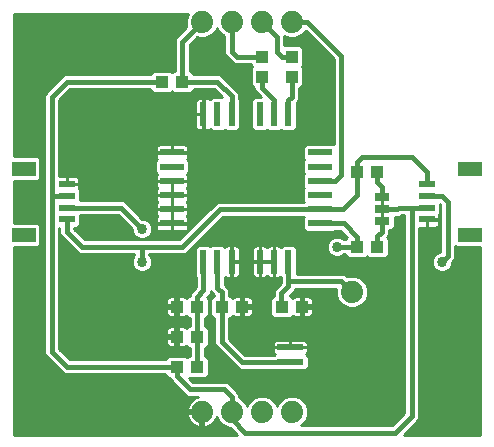
<source format=gtl>
G75*
%MOIN*%
%OFA0B0*%
%FSLAX25Y25*%
%IPPOS*%
%LPD*%
%AMOC8*
5,1,8,0,0,1.08239X$1,22.5*
%
%ADD10C,0.07400*%
%ADD11R,0.04331X0.03937*%
%ADD12R,0.05000X0.02500*%
%ADD13C,0.01000*%
%ADD14R,0.07874X0.04724*%
%ADD15R,0.05315X0.02362*%
%ADD16R,0.07874X0.02362*%
%ADD17R,0.02362X0.07874*%
%ADD18R,0.03937X0.04331*%
%ADD19R,0.08858X0.01969*%
%ADD20C,0.03400*%
%ADD21C,0.01600*%
D10*
X0203333Y0100000D03*
X0213333Y0100000D03*
X0223333Y0100000D03*
X0233333Y0100000D03*
X0253333Y0140000D03*
X0233333Y0230000D03*
X0223333Y0230000D03*
X0213333Y0230000D03*
X0203333Y0230000D03*
D11*
X0196680Y0210000D03*
X0189987Y0210000D03*
X0254987Y0180000D03*
X0261680Y0180000D03*
X0261680Y0155000D03*
X0254987Y0155000D03*
X0236680Y0135000D03*
X0229987Y0135000D03*
X0216680Y0135000D03*
X0209987Y0135000D03*
X0201680Y0135000D03*
X0194987Y0135000D03*
X0194987Y0125000D03*
X0201680Y0125000D03*
X0201680Y0115000D03*
X0194987Y0115000D03*
D12*
X0263333Y0163500D03*
X0263333Y0167500D03*
X0263333Y0171500D03*
D13*
X0140633Y0154914D02*
X0140633Y0092300D01*
X0214998Y0092300D01*
X0212698Y0094600D01*
X0212259Y0094600D01*
X0210274Y0095422D01*
X0208755Y0096941D01*
X0208224Y0098224D01*
X0208152Y0098004D01*
X0207781Y0097275D01*
X0207300Y0096612D01*
X0206721Y0096034D01*
X0206059Y0095553D01*
X0205329Y0095181D01*
X0204551Y0094928D01*
X0203833Y0094814D01*
X0203833Y0099500D01*
X0202833Y0099500D01*
X0198148Y0099500D01*
X0198261Y0098782D01*
X0198514Y0098004D01*
X0198886Y0097275D01*
X0199367Y0096612D01*
X0199946Y0096034D01*
X0200608Y0095553D01*
X0201337Y0095181D01*
X0202116Y0094928D01*
X0202833Y0094814D01*
X0202833Y0099500D01*
X0202833Y0100500D01*
X0198148Y0100500D01*
X0198261Y0101218D01*
X0198514Y0101996D01*
X0198886Y0102725D01*
X0199367Y0103388D01*
X0199946Y0103966D01*
X0200608Y0104447D01*
X0201337Y0104819D01*
X0201894Y0105000D01*
X0198836Y0105000D01*
X0197917Y0105381D01*
X0192867Y0110430D01*
X0192494Y0111331D01*
X0192117Y0111331D01*
X0191122Y0112327D01*
X0191122Y0112500D01*
X0157836Y0112500D01*
X0156917Y0112881D01*
X0151917Y0117881D01*
X0151917Y0117881D01*
X0151214Y0118584D01*
X0150833Y0119503D01*
X0150833Y0205497D01*
X0151214Y0206416D01*
X0151917Y0207119D01*
X0156917Y0212119D01*
X0157836Y0212500D01*
X0186122Y0212500D01*
X0186122Y0212673D01*
X0187117Y0213668D01*
X0192856Y0213668D01*
X0193333Y0213192D01*
X0193810Y0213668D01*
X0194180Y0213668D01*
X0194180Y0223844D01*
X0194560Y0224763D01*
X0195264Y0225466D01*
X0198165Y0228367D01*
X0197933Y0228926D01*
X0197933Y0231074D01*
X0198607Y0232700D01*
X0140633Y0232700D01*
X0140633Y0185086D01*
X0148506Y0185086D01*
X0149502Y0184090D01*
X0149502Y0177957D01*
X0148506Y0176961D01*
X0140633Y0176961D01*
X0140633Y0163039D01*
X0148506Y0163039D01*
X0149502Y0162043D01*
X0149502Y0155910D01*
X0148506Y0154914D01*
X0140633Y0154914D01*
X0140633Y0154903D02*
X0150833Y0154903D01*
X0150833Y0153905D02*
X0140633Y0153905D01*
X0140633Y0152906D02*
X0150833Y0152906D01*
X0150833Y0151908D02*
X0140633Y0151908D01*
X0140633Y0150909D02*
X0150833Y0150909D01*
X0150833Y0149911D02*
X0140633Y0149911D01*
X0140633Y0148912D02*
X0150833Y0148912D01*
X0150833Y0147914D02*
X0140633Y0147914D01*
X0140633Y0146915D02*
X0150833Y0146915D01*
X0150833Y0145917D02*
X0140633Y0145917D01*
X0140633Y0144918D02*
X0150833Y0144918D01*
X0150833Y0143920D02*
X0140633Y0143920D01*
X0140633Y0142921D02*
X0150833Y0142921D01*
X0150833Y0141923D02*
X0140633Y0141923D01*
X0140633Y0140924D02*
X0150833Y0140924D01*
X0150833Y0139926D02*
X0140633Y0139926D01*
X0140633Y0138927D02*
X0150833Y0138927D01*
X0150833Y0137929D02*
X0140633Y0137929D01*
X0140633Y0136930D02*
X0150833Y0136930D01*
X0150833Y0135932D02*
X0140633Y0135932D01*
X0140633Y0134933D02*
X0150833Y0134933D01*
X0150833Y0133934D02*
X0140633Y0133934D01*
X0140633Y0132936D02*
X0150833Y0132936D01*
X0150833Y0131937D02*
X0140633Y0131937D01*
X0140633Y0130939D02*
X0150833Y0130939D01*
X0150833Y0129940D02*
X0140633Y0129940D01*
X0140633Y0128942D02*
X0150833Y0128942D01*
X0150833Y0127943D02*
X0140633Y0127943D01*
X0140633Y0126945D02*
X0150833Y0126945D01*
X0150833Y0125946D02*
X0140633Y0125946D01*
X0140633Y0124948D02*
X0150833Y0124948D01*
X0150833Y0123949D02*
X0140633Y0123949D01*
X0140633Y0122951D02*
X0150833Y0122951D01*
X0150833Y0121952D02*
X0140633Y0121952D01*
X0140633Y0120954D02*
X0150833Y0120954D01*
X0150833Y0119955D02*
X0140633Y0119955D01*
X0140633Y0118957D02*
X0151059Y0118957D01*
X0151839Y0117958D02*
X0140633Y0117958D01*
X0140633Y0116960D02*
X0152838Y0116960D01*
X0153836Y0115961D02*
X0140633Y0115961D01*
X0140633Y0114963D02*
X0154835Y0114963D01*
X0155834Y0113964D02*
X0140633Y0113964D01*
X0140633Y0112966D02*
X0156832Y0112966D01*
X0159369Y0117500D02*
X0155833Y0121036D01*
X0155833Y0161213D01*
X0155833Y0161213D01*
X0155833Y0159503D01*
X0156214Y0158584D01*
X0161214Y0153584D01*
X0161917Y0152881D01*
X0162836Y0152500D01*
X0180833Y0152500D01*
X0180833Y0152308D01*
X0180451Y0151926D01*
X0179933Y0150676D01*
X0179933Y0149324D01*
X0180451Y0148074D01*
X0181407Y0147118D01*
X0182657Y0146600D01*
X0184010Y0146600D01*
X0185259Y0147118D01*
X0186216Y0148074D01*
X0186733Y0149324D01*
X0186733Y0150676D01*
X0186216Y0151926D01*
X0185833Y0152308D01*
X0185833Y0152500D01*
X0197331Y0152500D01*
X0198249Y0152881D01*
X0210389Y0165020D01*
X0237248Y0165020D01*
X0236909Y0164681D01*
X0236909Y0160910D01*
X0237905Y0159914D01*
X0247187Y0159914D01*
X0247568Y0160295D01*
X0249503Y0160295D01*
X0251623Y0158174D01*
X0251122Y0157673D01*
X0251122Y0157500D01*
X0250642Y0157500D01*
X0250259Y0157882D01*
X0249010Y0158400D01*
X0247657Y0158400D01*
X0246407Y0157882D01*
X0245451Y0156926D01*
X0244933Y0155676D01*
X0244933Y0154324D01*
X0245451Y0153074D01*
X0246407Y0152118D01*
X0247657Y0151600D01*
X0249010Y0151600D01*
X0250259Y0152118D01*
X0250642Y0152500D01*
X0251122Y0152500D01*
X0251122Y0152327D01*
X0252117Y0151331D01*
X0257856Y0151331D01*
X0258333Y0151808D01*
X0258810Y0151331D01*
X0264549Y0151331D01*
X0265545Y0152327D01*
X0265545Y0157673D01*
X0265043Y0158174D01*
X0265453Y0158584D01*
X0265833Y0159503D01*
X0265833Y0160550D01*
X0266537Y0160550D01*
X0267533Y0161546D01*
X0267533Y0165000D01*
X0268831Y0165000D01*
X0269749Y0165381D01*
X0269900Y0165531D01*
X0270833Y0165531D01*
X0270833Y0099536D01*
X0266798Y0095500D01*
X0236470Y0095500D01*
X0237911Y0096941D01*
X0238733Y0098926D01*
X0238733Y0101074D01*
X0237911Y0103059D01*
X0236392Y0104578D01*
X0234407Y0105400D01*
X0232259Y0105400D01*
X0230274Y0104578D01*
X0228755Y0103059D01*
X0228333Y0102040D01*
X0227911Y0103059D01*
X0226392Y0104578D01*
X0224407Y0105400D01*
X0222259Y0105400D01*
X0220274Y0104578D01*
X0218755Y0103059D01*
X0218333Y0102040D01*
X0217911Y0103059D01*
X0216392Y0104578D01*
X0215833Y0104809D01*
X0215833Y0105497D01*
X0215453Y0106416D01*
X0212953Y0108916D01*
X0212249Y0109619D01*
X0211331Y0110000D01*
X0200369Y0110000D01*
X0199037Y0111331D01*
X0204549Y0111331D01*
X0205545Y0112327D01*
X0205545Y0117673D01*
X0204549Y0118668D01*
X0204180Y0118668D01*
X0204180Y0121331D01*
X0204549Y0121331D01*
X0205545Y0122327D01*
X0205545Y0127673D01*
X0204549Y0128668D01*
X0204180Y0128668D01*
X0204180Y0131331D01*
X0204549Y0131331D01*
X0205545Y0132327D01*
X0205545Y0137673D01*
X0205043Y0138174D01*
X0205886Y0139017D01*
X0206266Y0139936D01*
X0206266Y0140180D01*
X0206371Y0139926D01*
X0207487Y0138811D01*
X0207487Y0138668D01*
X0207117Y0138668D01*
X0206122Y0137673D01*
X0206122Y0132327D01*
X0207117Y0131331D01*
X0207487Y0131331D01*
X0207487Y0122849D01*
X0207867Y0121930D01*
X0215342Y0114455D01*
X0216261Y0114075D01*
X0227465Y0114075D01*
X0227649Y0113891D01*
X0237915Y0113891D01*
X0238911Y0114886D01*
X0238911Y0118263D01*
X0238011Y0119163D01*
X0238132Y0119233D01*
X0238412Y0119512D01*
X0238609Y0119854D01*
X0238711Y0120236D01*
X0238711Y0121417D01*
X0232782Y0121417D01*
X0226853Y0121417D01*
X0226853Y0120236D01*
X0226955Y0119854D01*
X0227153Y0119512D01*
X0227432Y0119233D01*
X0227553Y0119163D01*
X0227465Y0119075D01*
X0217794Y0119075D01*
X0212487Y0124382D01*
X0212487Y0131331D01*
X0212856Y0131331D01*
X0213475Y0131950D01*
X0213593Y0131831D01*
X0213935Y0131634D01*
X0214317Y0131531D01*
X0216196Y0131531D01*
X0216196Y0134516D01*
X0217164Y0134516D01*
X0217164Y0135484D01*
X0220345Y0135484D01*
X0220345Y0137166D01*
X0220243Y0137547D01*
X0220045Y0137890D01*
X0219766Y0138169D01*
X0219424Y0138366D01*
X0219043Y0138468D01*
X0217164Y0138468D01*
X0217164Y0135484D01*
X0216196Y0135484D01*
X0216196Y0138468D01*
X0214317Y0138468D01*
X0213935Y0138366D01*
X0213593Y0138169D01*
X0213475Y0138050D01*
X0212856Y0138668D01*
X0212487Y0138668D01*
X0212487Y0140344D01*
X0212106Y0141263D01*
X0211403Y0141966D01*
X0210991Y0142378D01*
X0210991Y0144978D01*
X0210994Y0144981D01*
X0211113Y0144863D01*
X0211455Y0144665D01*
X0211837Y0144563D01*
X0213125Y0144563D01*
X0213125Y0149909D01*
X0213306Y0149909D01*
X0213306Y0144563D01*
X0214594Y0144563D01*
X0214975Y0144665D01*
X0215317Y0144863D01*
X0215597Y0145142D01*
X0215794Y0145484D01*
X0215896Y0145866D01*
X0215896Y0149909D01*
X0213306Y0149909D01*
X0213306Y0150091D01*
X0213125Y0150091D01*
X0213125Y0155437D01*
X0211837Y0155437D01*
X0211455Y0155335D01*
X0211113Y0155137D01*
X0210994Y0155019D01*
X0210376Y0155637D01*
X0206606Y0155637D01*
X0206129Y0155160D01*
X0205652Y0155637D01*
X0201881Y0155637D01*
X0200885Y0154641D01*
X0200885Y0145359D01*
X0201266Y0144978D01*
X0201266Y0141469D01*
X0200264Y0140466D01*
X0199560Y0139763D01*
X0199180Y0138844D01*
X0199180Y0138668D01*
X0198810Y0138668D01*
X0198192Y0138050D01*
X0198073Y0138169D01*
X0197731Y0138366D01*
X0197350Y0138468D01*
X0195471Y0138468D01*
X0195471Y0135484D01*
X0194503Y0135484D01*
X0194503Y0134516D01*
X0195471Y0134516D01*
X0195471Y0131531D01*
X0197350Y0131531D01*
X0197731Y0131634D01*
X0198073Y0131831D01*
X0198192Y0131950D01*
X0198810Y0131331D01*
X0199180Y0131331D01*
X0199180Y0128668D01*
X0198810Y0128668D01*
X0198192Y0128050D01*
X0198073Y0128169D01*
X0197731Y0128366D01*
X0197350Y0128468D01*
X0195471Y0128468D01*
X0195471Y0125484D01*
X0194503Y0125484D01*
X0194503Y0124516D01*
X0195471Y0124516D01*
X0195471Y0121531D01*
X0197350Y0121531D01*
X0197731Y0121634D01*
X0198073Y0121831D01*
X0198192Y0121950D01*
X0198810Y0121331D01*
X0199180Y0121331D01*
X0199180Y0118668D01*
X0198810Y0118668D01*
X0198333Y0118192D01*
X0197856Y0118668D01*
X0192117Y0118668D01*
X0191122Y0117673D01*
X0191122Y0117500D01*
X0159369Y0117500D01*
X0158911Y0117958D02*
X0191407Y0117958D01*
X0192243Y0121634D02*
X0192624Y0121531D01*
X0194503Y0121531D01*
X0194503Y0124516D01*
X0191322Y0124516D01*
X0191322Y0122834D01*
X0191424Y0122453D01*
X0191621Y0122110D01*
X0191900Y0121831D01*
X0192243Y0121634D01*
X0191779Y0121952D02*
X0155833Y0121952D01*
X0155833Y0122951D02*
X0191322Y0122951D01*
X0191322Y0123949D02*
X0155833Y0123949D01*
X0155833Y0124948D02*
X0194503Y0124948D01*
X0194503Y0125484D02*
X0191322Y0125484D01*
X0191322Y0127166D01*
X0191424Y0127547D01*
X0191621Y0127890D01*
X0191900Y0128169D01*
X0192243Y0128366D01*
X0192624Y0128468D01*
X0194503Y0128468D01*
X0194503Y0125484D01*
X0194503Y0125946D02*
X0195471Y0125946D01*
X0195471Y0126945D02*
X0194503Y0126945D01*
X0194503Y0127943D02*
X0195471Y0127943D01*
X0191675Y0127943D02*
X0155833Y0127943D01*
X0155833Y0126945D02*
X0191322Y0126945D01*
X0191322Y0125946D02*
X0155833Y0125946D01*
X0155915Y0120954D02*
X0199180Y0120954D01*
X0199180Y0119955D02*
X0156914Y0119955D01*
X0157912Y0118957D02*
X0199180Y0118957D01*
X0195471Y0121952D02*
X0194503Y0121952D01*
X0194503Y0122951D02*
X0195471Y0122951D01*
X0195471Y0123949D02*
X0194503Y0123949D01*
X0199180Y0128942D02*
X0155833Y0128942D01*
X0155833Y0129940D02*
X0199180Y0129940D01*
X0199180Y0130939D02*
X0155833Y0130939D01*
X0155833Y0131937D02*
X0191794Y0131937D01*
X0191900Y0131831D02*
X0192243Y0131634D01*
X0192624Y0131531D01*
X0194503Y0131531D01*
X0194503Y0134516D01*
X0191322Y0134516D01*
X0191322Y0132834D01*
X0191424Y0132453D01*
X0191621Y0132110D01*
X0191900Y0131831D01*
X0191322Y0132936D02*
X0155833Y0132936D01*
X0155833Y0133934D02*
X0191322Y0133934D01*
X0191322Y0135484D02*
X0194503Y0135484D01*
X0194503Y0138468D01*
X0192624Y0138468D01*
X0192243Y0138366D01*
X0191900Y0138169D01*
X0191621Y0137890D01*
X0191424Y0137547D01*
X0191322Y0137166D01*
X0191322Y0135484D01*
X0191322Y0135932D02*
X0155833Y0135932D01*
X0155833Y0136930D02*
X0191322Y0136930D01*
X0191660Y0137929D02*
X0155833Y0137929D01*
X0155833Y0138927D02*
X0199214Y0138927D01*
X0199723Y0139926D02*
X0155833Y0139926D01*
X0155833Y0140924D02*
X0200722Y0140924D01*
X0201266Y0141923D02*
X0155833Y0141923D01*
X0155833Y0142921D02*
X0201266Y0142921D01*
X0201266Y0143920D02*
X0155833Y0143920D01*
X0155833Y0144918D02*
X0201266Y0144918D01*
X0200885Y0145917D02*
X0155833Y0145917D01*
X0155833Y0146915D02*
X0181896Y0146915D01*
X0180611Y0147914D02*
X0155833Y0147914D01*
X0155833Y0148912D02*
X0180104Y0148912D01*
X0179933Y0149911D02*
X0155833Y0149911D01*
X0155833Y0150909D02*
X0180030Y0150909D01*
X0180443Y0151908D02*
X0155833Y0151908D01*
X0155833Y0152906D02*
X0161892Y0152906D01*
X0160893Y0153905D02*
X0155833Y0153905D01*
X0155833Y0154903D02*
X0159895Y0154903D01*
X0158896Y0155902D02*
X0155833Y0155902D01*
X0155833Y0156900D02*
X0157898Y0156900D01*
X0156899Y0157899D02*
X0155833Y0157899D01*
X0155833Y0158897D02*
X0156084Y0158897D01*
X0155833Y0159896D02*
X0155833Y0159896D01*
X0155833Y0160894D02*
X0155833Y0160894D01*
X0150833Y0160894D02*
X0149502Y0160894D01*
X0149502Y0159896D02*
X0150833Y0159896D01*
X0150833Y0158897D02*
X0149502Y0158897D01*
X0149502Y0157899D02*
X0150833Y0157899D01*
X0150833Y0156900D02*
X0149502Y0156900D01*
X0149494Y0155902D02*
X0150833Y0155902D01*
X0150833Y0161893D02*
X0149502Y0161893D01*
X0148653Y0162891D02*
X0150833Y0162891D01*
X0150833Y0163890D02*
X0140633Y0163890D01*
X0140633Y0164888D02*
X0150833Y0164888D01*
X0150833Y0165887D02*
X0140633Y0165887D01*
X0140633Y0166885D02*
X0150833Y0166885D01*
X0150833Y0167884D02*
X0140633Y0167884D01*
X0140633Y0168882D02*
X0150833Y0168882D01*
X0150833Y0169881D02*
X0140633Y0169881D01*
X0140633Y0170879D02*
X0150833Y0170879D01*
X0150833Y0171878D02*
X0140633Y0171878D01*
X0140633Y0172876D02*
X0150833Y0172876D01*
X0150833Y0173875D02*
X0140633Y0173875D01*
X0140633Y0174873D02*
X0150833Y0174873D01*
X0150833Y0175872D02*
X0140633Y0175872D01*
X0140633Y0176870D02*
X0150833Y0176870D01*
X0150833Y0177869D02*
X0149414Y0177869D01*
X0149502Y0178868D02*
X0150833Y0178868D01*
X0150833Y0179866D02*
X0149502Y0179866D01*
X0149502Y0180865D02*
X0150833Y0180865D01*
X0150833Y0181863D02*
X0149502Y0181863D01*
X0149502Y0182862D02*
X0150833Y0182862D01*
X0150833Y0183860D02*
X0149502Y0183860D01*
X0148733Y0184859D02*
X0150833Y0184859D01*
X0150833Y0185857D02*
X0140633Y0185857D01*
X0140633Y0186856D02*
X0150833Y0186856D01*
X0150833Y0187854D02*
X0140633Y0187854D01*
X0140633Y0188853D02*
X0150833Y0188853D01*
X0150833Y0189851D02*
X0140633Y0189851D01*
X0140633Y0190850D02*
X0150833Y0190850D01*
X0150833Y0191848D02*
X0140633Y0191848D01*
X0140633Y0192847D02*
X0150833Y0192847D01*
X0150833Y0193845D02*
X0140633Y0193845D01*
X0140633Y0194844D02*
X0150833Y0194844D01*
X0150833Y0195842D02*
X0140633Y0195842D01*
X0140633Y0196841D02*
X0150833Y0196841D01*
X0150833Y0197839D02*
X0140633Y0197839D01*
X0140633Y0198838D02*
X0150833Y0198838D01*
X0150833Y0199836D02*
X0140633Y0199836D01*
X0140633Y0200835D02*
X0150833Y0200835D01*
X0150833Y0201833D02*
X0140633Y0201833D01*
X0140633Y0202832D02*
X0150833Y0202832D01*
X0150833Y0203830D02*
X0140633Y0203830D01*
X0140633Y0204829D02*
X0150833Y0204829D01*
X0150970Y0205827D02*
X0140633Y0205827D01*
X0140633Y0206826D02*
X0151624Y0206826D01*
X0152622Y0207824D02*
X0140633Y0207824D01*
X0140633Y0208823D02*
X0153621Y0208823D01*
X0154619Y0209821D02*
X0140633Y0209821D01*
X0140633Y0210820D02*
X0155618Y0210820D01*
X0156616Y0211818D02*
X0140633Y0211818D01*
X0140633Y0212817D02*
X0186266Y0212817D01*
X0186122Y0207500D02*
X0186122Y0207327D01*
X0187117Y0206331D01*
X0192856Y0206331D01*
X0193333Y0206808D01*
X0193810Y0206331D01*
X0199549Y0206331D01*
X0200545Y0207327D01*
X0200545Y0207500D01*
X0207298Y0207500D01*
X0209948Y0204850D01*
X0206606Y0204850D01*
X0205987Y0204231D01*
X0205869Y0204350D01*
X0205526Y0204547D01*
X0205145Y0204650D01*
X0203857Y0204650D01*
X0203857Y0199303D01*
X0203676Y0199303D01*
X0203676Y0199122D01*
X0203857Y0199122D01*
X0203857Y0193776D01*
X0205145Y0193776D01*
X0205526Y0193878D01*
X0205869Y0194075D01*
X0205987Y0194194D01*
X0206606Y0193576D01*
X0210376Y0193576D01*
X0210853Y0194053D01*
X0211330Y0193576D01*
X0215100Y0193576D01*
X0216096Y0194571D01*
X0216096Y0203854D01*
X0215715Y0204235D01*
X0215715Y0205615D01*
X0215335Y0206534D01*
X0214631Y0207237D01*
X0209749Y0212119D01*
X0208831Y0212500D01*
X0200545Y0212500D01*
X0200545Y0212673D01*
X0199549Y0213668D01*
X0199180Y0213668D01*
X0199180Y0222311D01*
X0201700Y0224831D01*
X0202259Y0224600D01*
X0204407Y0224600D01*
X0206392Y0225422D01*
X0207911Y0226941D01*
X0208333Y0227960D01*
X0208755Y0226941D01*
X0210274Y0225422D01*
X0210833Y0225191D01*
X0210833Y0219503D01*
X0211214Y0218584D01*
X0212867Y0216930D01*
X0213571Y0216227D01*
X0214490Y0215846D01*
X0219665Y0215846D01*
X0219665Y0215477D01*
X0220142Y0215000D01*
X0219665Y0214523D01*
X0219665Y0208784D01*
X0220661Y0207788D01*
X0220833Y0207788D01*
X0220833Y0207503D01*
X0221214Y0206584D01*
X0221917Y0205881D01*
X0222948Y0204850D01*
X0220779Y0204850D01*
X0219783Y0203854D01*
X0219783Y0194571D01*
X0220779Y0193576D01*
X0224549Y0193576D01*
X0225026Y0194053D01*
X0225503Y0193576D01*
X0229274Y0193576D01*
X0229751Y0194053D01*
X0230228Y0193576D01*
X0233998Y0193576D01*
X0234994Y0194571D01*
X0234994Y0203125D01*
X0235453Y0203584D01*
X0235833Y0204503D01*
X0235833Y0207788D01*
X0236006Y0207788D01*
X0237002Y0208784D01*
X0237002Y0214523D01*
X0236525Y0215000D01*
X0237002Y0215477D01*
X0237002Y0221216D01*
X0236006Y0222212D01*
X0230833Y0222212D01*
X0230833Y0225191D01*
X0232259Y0224600D01*
X0234407Y0224600D01*
X0236392Y0225422D01*
X0237884Y0226914D01*
X0247333Y0217464D01*
X0247333Y0189152D01*
X0247187Y0189298D01*
X0237905Y0189298D01*
X0236909Y0188303D01*
X0236909Y0184532D01*
X0237386Y0184055D01*
X0236909Y0183578D01*
X0236909Y0179808D01*
X0237386Y0179331D01*
X0236909Y0178854D01*
X0236909Y0175083D01*
X0237386Y0174606D01*
X0236909Y0174129D01*
X0236909Y0170359D01*
X0237248Y0170020D01*
X0208856Y0170020D01*
X0207937Y0169639D01*
X0207234Y0168936D01*
X0195798Y0157500D01*
X0164369Y0157500D01*
X0160833Y0161036D01*
X0160833Y0161213D01*
X0161695Y0161213D01*
X0162691Y0162209D01*
X0162691Y0165500D01*
X0175298Y0165500D01*
X0179933Y0160864D01*
X0179933Y0160324D01*
X0180451Y0159074D01*
X0181407Y0158118D01*
X0182657Y0157600D01*
X0184010Y0157600D01*
X0185259Y0158118D01*
X0186216Y0159074D01*
X0186733Y0160324D01*
X0186733Y0161676D01*
X0186216Y0162926D01*
X0185259Y0163882D01*
X0184010Y0164400D01*
X0183469Y0164400D01*
X0177749Y0170119D01*
X0176831Y0170500D01*
X0162691Y0170500D01*
X0162691Y0173854D01*
X0162391Y0174154D01*
X0162491Y0174527D01*
X0162491Y0175815D01*
X0158424Y0175815D01*
X0158424Y0175996D01*
X0162491Y0175996D01*
X0162491Y0177284D01*
X0162389Y0177666D01*
X0162191Y0178008D01*
X0161912Y0178287D01*
X0161570Y0178484D01*
X0161188Y0178587D01*
X0158424Y0178587D01*
X0158424Y0175996D01*
X0158243Y0175996D01*
X0158243Y0178587D01*
X0155833Y0178587D01*
X0155833Y0203964D01*
X0159369Y0207500D01*
X0186122Y0207500D01*
X0186623Y0206826D02*
X0158695Y0206826D01*
X0157696Y0205827D02*
X0208970Y0205827D01*
X0207972Y0206826D02*
X0200044Y0206826D01*
X0201664Y0204350D02*
X0201385Y0204071D01*
X0201188Y0203729D01*
X0201085Y0203347D01*
X0201085Y0199303D01*
X0203676Y0199303D01*
X0203676Y0204650D01*
X0202388Y0204650D01*
X0202006Y0204547D01*
X0201664Y0204350D01*
X0201246Y0203830D02*
X0155833Y0203830D01*
X0155833Y0202832D02*
X0201085Y0202832D01*
X0201085Y0201833D02*
X0155833Y0201833D01*
X0155833Y0200835D02*
X0201085Y0200835D01*
X0201085Y0199836D02*
X0155833Y0199836D01*
X0155833Y0198838D02*
X0201085Y0198838D01*
X0201085Y0199122D02*
X0201085Y0195078D01*
X0201188Y0194697D01*
X0201385Y0194355D01*
X0201664Y0194075D01*
X0202006Y0193878D01*
X0202388Y0193776D01*
X0203676Y0193776D01*
X0203676Y0199122D01*
X0201085Y0199122D01*
X0201085Y0197839D02*
X0155833Y0197839D01*
X0155833Y0196841D02*
X0201085Y0196841D01*
X0201085Y0195842D02*
X0155833Y0195842D01*
X0155833Y0194844D02*
X0201148Y0194844D01*
X0202128Y0193845D02*
X0155833Y0193845D01*
X0155833Y0192847D02*
X0247333Y0192847D01*
X0247333Y0193845D02*
X0234268Y0193845D01*
X0234994Y0194844D02*
X0247333Y0194844D01*
X0247333Y0195842D02*
X0234994Y0195842D01*
X0234994Y0196841D02*
X0247333Y0196841D01*
X0247333Y0197839D02*
X0234994Y0197839D01*
X0234994Y0198838D02*
X0247333Y0198838D01*
X0247333Y0199836D02*
X0234994Y0199836D01*
X0234994Y0200835D02*
X0247333Y0200835D01*
X0247333Y0201833D02*
X0234994Y0201833D01*
X0234994Y0202832D02*
X0247333Y0202832D01*
X0247333Y0203830D02*
X0235555Y0203830D01*
X0235833Y0204829D02*
X0247333Y0204829D01*
X0247333Y0205827D02*
X0235833Y0205827D01*
X0235833Y0206826D02*
X0247333Y0206826D01*
X0247333Y0207824D02*
X0236042Y0207824D01*
X0237002Y0208823D02*
X0247333Y0208823D01*
X0247333Y0209821D02*
X0237002Y0209821D01*
X0237002Y0210820D02*
X0247333Y0210820D01*
X0247333Y0211818D02*
X0237002Y0211818D01*
X0237002Y0212817D02*
X0247333Y0212817D01*
X0247333Y0213815D02*
X0237002Y0213815D01*
X0236711Y0214814D02*
X0247333Y0214814D01*
X0247333Y0215812D02*
X0237002Y0215812D01*
X0237002Y0216811D02*
X0247333Y0216811D01*
X0246988Y0217809D02*
X0237002Y0217809D01*
X0237002Y0218808D02*
X0245990Y0218808D01*
X0244991Y0219806D02*
X0237002Y0219806D01*
X0237002Y0220805D02*
X0243993Y0220805D01*
X0242994Y0221803D02*
X0236414Y0221803D01*
X0234888Y0224799D02*
X0239999Y0224799D01*
X0240997Y0223801D02*
X0230833Y0223801D01*
X0230833Y0224799D02*
X0231779Y0224799D01*
X0230833Y0222802D02*
X0241996Y0222802D01*
X0239000Y0225798D02*
X0236768Y0225798D01*
X0237766Y0226796D02*
X0238002Y0226796D01*
X0219665Y0215812D02*
X0199180Y0215812D01*
X0199180Y0214814D02*
X0219956Y0214814D01*
X0219665Y0213815D02*
X0199180Y0213815D01*
X0200401Y0212817D02*
X0219665Y0212817D01*
X0219665Y0211818D02*
X0210050Y0211818D01*
X0211049Y0210820D02*
X0219665Y0210820D01*
X0219665Y0209821D02*
X0212047Y0209821D01*
X0213046Y0208823D02*
X0219665Y0208823D01*
X0220625Y0207824D02*
X0214045Y0207824D01*
X0215043Y0206826D02*
X0221114Y0206826D01*
X0221970Y0205827D02*
X0215627Y0205827D01*
X0215715Y0204829D02*
X0220758Y0204829D01*
X0219783Y0203830D02*
X0216096Y0203830D01*
X0216096Y0202832D02*
X0219783Y0202832D01*
X0219783Y0201833D02*
X0216096Y0201833D01*
X0216096Y0200835D02*
X0219783Y0200835D01*
X0219783Y0199836D02*
X0216096Y0199836D01*
X0216096Y0198838D02*
X0219783Y0198838D01*
X0219783Y0197839D02*
X0216096Y0197839D01*
X0216096Y0196841D02*
X0219783Y0196841D01*
X0219783Y0195842D02*
X0216096Y0195842D01*
X0216096Y0194844D02*
X0219783Y0194844D01*
X0220509Y0193845D02*
X0215370Y0193845D01*
X0211060Y0193845D02*
X0210646Y0193845D01*
X0206336Y0193845D02*
X0205405Y0193845D01*
X0203857Y0193845D02*
X0203676Y0193845D01*
X0203676Y0194844D02*
X0203857Y0194844D01*
X0203857Y0195842D02*
X0203676Y0195842D01*
X0203676Y0196841D02*
X0203857Y0196841D01*
X0203857Y0197839D02*
X0203676Y0197839D01*
X0203676Y0198838D02*
X0203857Y0198838D01*
X0203857Y0199836D02*
X0203676Y0199836D01*
X0203676Y0200835D02*
X0203857Y0200835D01*
X0203857Y0201833D02*
X0203676Y0201833D01*
X0203676Y0202832D02*
X0203857Y0202832D01*
X0203857Y0203830D02*
X0203676Y0203830D01*
X0206585Y0204829D02*
X0156698Y0204829D01*
X0140633Y0213815D02*
X0194180Y0213815D01*
X0194180Y0214814D02*
X0140633Y0214814D01*
X0140633Y0215812D02*
X0194180Y0215812D01*
X0194180Y0216811D02*
X0140633Y0216811D01*
X0140633Y0217809D02*
X0194180Y0217809D01*
X0194180Y0218808D02*
X0140633Y0218808D01*
X0140633Y0219806D02*
X0194180Y0219806D01*
X0194180Y0220805D02*
X0140633Y0220805D01*
X0140633Y0221803D02*
X0194180Y0221803D01*
X0194180Y0222802D02*
X0140633Y0222802D01*
X0140633Y0223801D02*
X0194180Y0223801D01*
X0194597Y0224799D02*
X0140633Y0224799D01*
X0140633Y0225798D02*
X0195595Y0225798D01*
X0196594Y0226796D02*
X0140633Y0226796D01*
X0140633Y0227795D02*
X0197592Y0227795D01*
X0197988Y0228793D02*
X0140633Y0228793D01*
X0140633Y0229792D02*
X0197933Y0229792D01*
X0197933Y0230790D02*
X0140633Y0230790D01*
X0140633Y0231789D02*
X0198229Y0231789D01*
X0207766Y0226796D02*
X0208901Y0226796D01*
X0208402Y0227795D02*
X0208265Y0227795D01*
X0206768Y0225798D02*
X0209899Y0225798D01*
X0210833Y0224799D02*
X0204888Y0224799D01*
X0201779Y0224799D02*
X0201668Y0224799D01*
X0200669Y0223801D02*
X0210833Y0223801D01*
X0210833Y0222802D02*
X0199671Y0222802D01*
X0199180Y0221803D02*
X0210833Y0221803D01*
X0210833Y0220805D02*
X0199180Y0220805D01*
X0199180Y0219806D02*
X0210833Y0219806D01*
X0211121Y0218808D02*
X0199180Y0218808D01*
X0199180Y0217809D02*
X0211988Y0217809D01*
X0212987Y0216811D02*
X0199180Y0216811D01*
X0224819Y0193845D02*
X0225234Y0193845D01*
X0229543Y0193845D02*
X0229958Y0193845D01*
X0237459Y0188853D02*
X0198098Y0188853D01*
X0198191Y0188799D02*
X0197849Y0188996D01*
X0197468Y0189098D01*
X0193424Y0189098D01*
X0193424Y0186508D01*
X0198770Y0186508D01*
X0198770Y0187796D01*
X0198668Y0188177D01*
X0198471Y0188519D01*
X0198191Y0188799D01*
X0198755Y0187854D02*
X0236909Y0187854D01*
X0236909Y0186856D02*
X0198770Y0186856D01*
X0198770Y0186327D02*
X0193424Y0186327D01*
X0193424Y0186508D01*
X0193243Y0186508D01*
X0193243Y0189098D01*
X0189199Y0189098D01*
X0188817Y0188996D01*
X0188475Y0188799D01*
X0188196Y0188519D01*
X0187999Y0188177D01*
X0187896Y0187796D01*
X0187896Y0186508D01*
X0193243Y0186508D01*
X0193243Y0186327D01*
X0187896Y0186327D01*
X0187896Y0185039D01*
X0187999Y0184657D01*
X0188196Y0184315D01*
X0188315Y0184197D01*
X0187696Y0183578D01*
X0187696Y0179808D01*
X0188315Y0179189D01*
X0188196Y0179071D01*
X0187999Y0178729D01*
X0187896Y0178347D01*
X0187896Y0177059D01*
X0193243Y0177059D01*
X0193243Y0176878D01*
X0193424Y0176878D01*
X0193424Y0177059D01*
X0198770Y0177059D01*
X0198770Y0178347D01*
X0198668Y0178729D01*
X0198471Y0179071D01*
X0198352Y0179189D01*
X0198970Y0179808D01*
X0198970Y0183578D01*
X0198352Y0184197D01*
X0198471Y0184315D01*
X0198668Y0184657D01*
X0198770Y0185039D01*
X0198770Y0186327D01*
X0198770Y0185857D02*
X0236909Y0185857D01*
X0236909Y0184859D02*
X0198722Y0184859D01*
X0198688Y0183860D02*
X0237191Y0183860D01*
X0236909Y0182862D02*
X0198970Y0182862D01*
X0198970Y0181863D02*
X0236909Y0181863D01*
X0236909Y0180865D02*
X0198970Y0180865D01*
X0198970Y0179866D02*
X0236909Y0179866D01*
X0236923Y0178868D02*
X0198588Y0178868D01*
X0198770Y0177869D02*
X0236909Y0177869D01*
X0236909Y0176870D02*
X0198770Y0176870D01*
X0198770Y0176878D02*
X0193424Y0176878D01*
X0193424Y0174287D01*
X0193424Y0172335D01*
X0193243Y0172335D01*
X0193243Y0176878D01*
X0187896Y0176878D01*
X0187896Y0175590D01*
X0187999Y0175208D01*
X0188196Y0174866D01*
X0188456Y0174606D01*
X0188196Y0174346D01*
X0187999Y0174004D01*
X0187896Y0173623D01*
X0187896Y0172335D01*
X0193243Y0172335D01*
X0193243Y0172154D01*
X0187896Y0172154D01*
X0187896Y0170866D01*
X0187999Y0170484D01*
X0188196Y0170142D01*
X0188456Y0169882D01*
X0188196Y0169622D01*
X0187999Y0169280D01*
X0187896Y0168898D01*
X0187896Y0167610D01*
X0193243Y0167610D01*
X0193243Y0167429D01*
X0193424Y0167429D01*
X0193424Y0167610D01*
X0198770Y0167610D01*
X0198770Y0168898D01*
X0198668Y0169280D01*
X0198471Y0169622D01*
X0198211Y0169882D01*
X0198471Y0170142D01*
X0198668Y0170484D01*
X0198770Y0170866D01*
X0198770Y0172154D01*
X0193424Y0172154D01*
X0193424Y0172335D01*
X0198770Y0172335D01*
X0198770Y0173623D01*
X0198668Y0174004D01*
X0198471Y0174346D01*
X0198211Y0174606D01*
X0198471Y0174866D01*
X0198668Y0175208D01*
X0198770Y0175590D01*
X0198770Y0176878D01*
X0198770Y0175872D02*
X0236909Y0175872D01*
X0237119Y0174873D02*
X0198475Y0174873D01*
X0198703Y0173875D02*
X0236909Y0173875D01*
X0236909Y0172876D02*
X0198770Y0172876D01*
X0198770Y0171878D02*
X0236909Y0171878D01*
X0236909Y0170879D02*
X0198770Y0170879D01*
X0198212Y0169881D02*
X0208521Y0169881D01*
X0207180Y0168882D02*
X0198770Y0168882D01*
X0198770Y0167884D02*
X0206182Y0167884D01*
X0205183Y0166885D02*
X0198770Y0166885D01*
X0198770Y0167429D02*
X0198770Y0166141D01*
X0198668Y0165760D01*
X0198471Y0165418D01*
X0198211Y0165157D01*
X0198471Y0164897D01*
X0198668Y0164555D01*
X0198770Y0164174D01*
X0198770Y0162886D01*
X0193424Y0162886D01*
X0193243Y0162886D01*
X0193243Y0167429D01*
X0187896Y0167429D01*
X0187896Y0166141D01*
X0187999Y0165760D01*
X0188196Y0165418D01*
X0188456Y0165157D01*
X0188196Y0164897D01*
X0187999Y0164555D01*
X0187896Y0164174D01*
X0187896Y0162886D01*
X0193243Y0162886D01*
X0193243Y0162705D01*
X0187896Y0162705D01*
X0187896Y0161417D01*
X0187999Y0161035D01*
X0188196Y0160693D01*
X0188475Y0160414D01*
X0188817Y0160216D01*
X0189199Y0160114D01*
X0193243Y0160114D01*
X0193243Y0162705D01*
X0193424Y0162705D01*
X0193424Y0162886D01*
X0193424Y0164839D01*
X0193424Y0167429D01*
X0198770Y0167429D01*
X0198702Y0165887D02*
X0204185Y0165887D01*
X0203186Y0164888D02*
X0198476Y0164888D01*
X0198770Y0163890D02*
X0202188Y0163890D01*
X0201189Y0162891D02*
X0198770Y0162891D01*
X0198770Y0162705D02*
X0193424Y0162705D01*
X0193424Y0160114D01*
X0197468Y0160114D01*
X0197849Y0160216D01*
X0198191Y0160414D01*
X0198471Y0160693D01*
X0198668Y0161035D01*
X0198770Y0161417D01*
X0198770Y0162705D01*
X0198770Y0161893D02*
X0200191Y0161893D01*
X0199192Y0160894D02*
X0198587Y0160894D01*
X0198194Y0159896D02*
X0186556Y0159896D01*
X0186733Y0160894D02*
X0188080Y0160894D01*
X0187896Y0161893D02*
X0186644Y0161893D01*
X0186230Y0162891D02*
X0187896Y0162891D01*
X0187896Y0163890D02*
X0185241Y0163890D01*
X0182980Y0164888D02*
X0188191Y0164888D01*
X0187964Y0165887D02*
X0181982Y0165887D01*
X0180983Y0166885D02*
X0187896Y0166885D01*
X0187896Y0167884D02*
X0179985Y0167884D01*
X0178986Y0168882D02*
X0187896Y0168882D01*
X0188455Y0169881D02*
X0177988Y0169881D01*
X0175909Y0164888D02*
X0162691Y0164888D01*
X0162691Y0163890D02*
X0176908Y0163890D01*
X0177906Y0162891D02*
X0162691Y0162891D01*
X0162374Y0161893D02*
X0178905Y0161893D01*
X0179903Y0160894D02*
X0160975Y0160894D01*
X0161973Y0159896D02*
X0180111Y0159896D01*
X0180628Y0158897D02*
X0162972Y0158897D01*
X0163970Y0157899D02*
X0181936Y0157899D01*
X0184731Y0157899D02*
X0196197Y0157899D01*
X0197195Y0158897D02*
X0186039Y0158897D01*
X0193243Y0160894D02*
X0193424Y0160894D01*
X0193424Y0161893D02*
X0193243Y0161893D01*
X0193243Y0162891D02*
X0193424Y0162891D01*
X0193424Y0163890D02*
X0193243Y0163890D01*
X0193243Y0164888D02*
X0193424Y0164888D01*
X0193424Y0165887D02*
X0193243Y0165887D01*
X0193243Y0166885D02*
X0193424Y0166885D01*
X0193424Y0167610D02*
X0193243Y0167610D01*
X0193243Y0172153D01*
X0193424Y0172153D01*
X0193424Y0169563D01*
X0193424Y0167610D01*
X0193424Y0167884D02*
X0193243Y0167884D01*
X0193243Y0168882D02*
X0193424Y0168882D01*
X0193424Y0169881D02*
X0193243Y0169881D01*
X0193243Y0170879D02*
X0193424Y0170879D01*
X0193424Y0171878D02*
X0193243Y0171878D01*
X0193243Y0172876D02*
X0193424Y0172876D01*
X0193424Y0173875D02*
X0193243Y0173875D01*
X0193243Y0174873D02*
X0193424Y0174873D01*
X0193424Y0175872D02*
X0193243Y0175872D01*
X0193243Y0176870D02*
X0193424Y0176870D01*
X0187896Y0176870D02*
X0162491Y0176870D01*
X0162271Y0177869D02*
X0187896Y0177869D01*
X0188079Y0178868D02*
X0155833Y0178868D01*
X0155833Y0179866D02*
X0187696Y0179866D01*
X0187696Y0180865D02*
X0155833Y0180865D01*
X0155833Y0181863D02*
X0187696Y0181863D01*
X0187696Y0182862D02*
X0155833Y0182862D01*
X0155833Y0183860D02*
X0187978Y0183860D01*
X0187945Y0184859D02*
X0155833Y0184859D01*
X0155833Y0185857D02*
X0187896Y0185857D01*
X0187896Y0186856D02*
X0155833Y0186856D01*
X0155833Y0187854D02*
X0187912Y0187854D01*
X0188569Y0188853D02*
X0155833Y0188853D01*
X0155833Y0189851D02*
X0247333Y0189851D01*
X0247333Y0190850D02*
X0155833Y0190850D01*
X0155833Y0191848D02*
X0247333Y0191848D01*
X0263333Y0171500D02*
X0263333Y0167500D01*
X0263333Y0163500D01*
X0267533Y0163890D02*
X0270833Y0163890D01*
X0270833Y0164888D02*
X0267533Y0164888D01*
X0267533Y0162891D02*
X0270833Y0162891D01*
X0270833Y0161893D02*
X0267533Y0161893D01*
X0266882Y0160894D02*
X0270833Y0160894D01*
X0270833Y0159896D02*
X0265833Y0159896D01*
X0265583Y0158897D02*
X0270833Y0158897D01*
X0270833Y0157899D02*
X0265319Y0157899D01*
X0265545Y0156900D02*
X0270833Y0156900D01*
X0270833Y0155902D02*
X0265545Y0155902D01*
X0265545Y0154903D02*
X0270833Y0154903D01*
X0270833Y0153905D02*
X0265545Y0153905D01*
X0265545Y0152906D02*
X0270833Y0152906D01*
X0270833Y0151908D02*
X0265126Y0151908D01*
X0270833Y0150909D02*
X0234994Y0150909D01*
X0234994Y0149911D02*
X0270833Y0149911D01*
X0270833Y0148912D02*
X0234994Y0148912D01*
X0234994Y0147914D02*
X0270833Y0147914D01*
X0270833Y0146915D02*
X0234994Y0146915D01*
X0234994Y0146000D02*
X0234994Y0154641D01*
X0233998Y0155637D01*
X0230228Y0155637D01*
X0229609Y0155019D01*
X0229491Y0155137D01*
X0229149Y0155335D01*
X0228767Y0155437D01*
X0227479Y0155437D01*
X0227479Y0150091D01*
X0227298Y0150091D01*
X0227298Y0155437D01*
X0226010Y0155437D01*
X0225628Y0155335D01*
X0225286Y0155137D01*
X0225026Y0154877D01*
X0224766Y0155137D01*
X0224424Y0155335D01*
X0224043Y0155437D01*
X0222755Y0155437D01*
X0222755Y0150091D01*
X0222573Y0150091D01*
X0222573Y0149909D01*
X0222755Y0149909D01*
X0222755Y0144563D01*
X0224043Y0144563D01*
X0224424Y0144665D01*
X0224766Y0144863D01*
X0225026Y0145123D01*
X0225286Y0144863D01*
X0225628Y0144665D01*
X0226010Y0144563D01*
X0227298Y0144563D01*
X0227298Y0149909D01*
X0227479Y0149909D01*
X0227479Y0144563D01*
X0228767Y0144563D01*
X0229149Y0144665D01*
X0229491Y0144863D01*
X0229609Y0144981D01*
X0229613Y0144978D01*
X0229613Y0142815D01*
X0228417Y0141619D01*
X0227714Y0140916D01*
X0227333Y0139997D01*
X0227333Y0138668D01*
X0227117Y0138668D01*
X0226122Y0137673D01*
X0226122Y0132327D01*
X0227117Y0131331D01*
X0232856Y0131331D01*
X0233475Y0131950D01*
X0233593Y0131831D01*
X0233935Y0131634D01*
X0234317Y0131531D01*
X0236196Y0131531D01*
X0236196Y0134516D01*
X0237164Y0134516D01*
X0237164Y0135484D01*
X0240345Y0135484D01*
X0240345Y0137166D01*
X0240243Y0137547D01*
X0240045Y0137890D01*
X0239766Y0138169D01*
X0239424Y0138366D01*
X0239043Y0138468D01*
X0237164Y0138468D01*
X0237164Y0135484D01*
X0236196Y0135484D01*
X0236196Y0138468D01*
X0234317Y0138468D01*
X0233935Y0138366D01*
X0233593Y0138169D01*
X0233475Y0138050D01*
X0232856Y0138668D01*
X0232537Y0138668D01*
X0234232Y0140363D01*
X0234496Y0141000D01*
X0247933Y0141000D01*
X0247933Y0138926D01*
X0248755Y0136941D01*
X0250274Y0135422D01*
X0252259Y0134600D01*
X0254407Y0134600D01*
X0256392Y0135422D01*
X0257911Y0136941D01*
X0258733Y0138926D01*
X0258733Y0141074D01*
X0257911Y0143059D01*
X0256392Y0144578D01*
X0254407Y0145400D01*
X0252259Y0145400D01*
X0251700Y0145169D01*
X0251249Y0145619D01*
X0250331Y0146000D01*
X0234994Y0146000D01*
X0229613Y0144918D02*
X0229546Y0144918D01*
X0229613Y0143920D02*
X0210991Y0143920D01*
X0210991Y0144918D02*
X0211058Y0144918D01*
X0210991Y0142921D02*
X0229613Y0142921D01*
X0228720Y0141923D02*
X0211446Y0141923D01*
X0212246Y0140924D02*
X0227722Y0140924D01*
X0227333Y0139926D02*
X0212487Y0139926D01*
X0212487Y0138927D02*
X0227333Y0138927D01*
X0226377Y0137929D02*
X0220006Y0137929D01*
X0220345Y0136930D02*
X0226122Y0136930D01*
X0226122Y0135932D02*
X0220345Y0135932D01*
X0220345Y0134516D02*
X0217164Y0134516D01*
X0217164Y0131531D01*
X0219043Y0131531D01*
X0219424Y0131634D01*
X0219766Y0131831D01*
X0220045Y0132110D01*
X0220243Y0132453D01*
X0220345Y0132834D01*
X0220345Y0134516D01*
X0220345Y0133934D02*
X0226122Y0133934D01*
X0226122Y0132936D02*
X0220345Y0132936D01*
X0219872Y0131937D02*
X0226511Y0131937D01*
X0226122Y0134933D02*
X0217164Y0134933D01*
X0217164Y0133934D02*
X0216196Y0133934D01*
X0216196Y0132936D02*
X0217164Y0132936D01*
X0217164Y0131937D02*
X0216196Y0131937D01*
X0213487Y0131937D02*
X0213462Y0131937D01*
X0212487Y0130939D02*
X0270833Y0130939D01*
X0270833Y0131937D02*
X0239872Y0131937D01*
X0239766Y0131831D02*
X0240045Y0132110D01*
X0240243Y0132453D01*
X0240345Y0132834D01*
X0240345Y0134516D01*
X0237164Y0134516D01*
X0237164Y0131531D01*
X0239043Y0131531D01*
X0239424Y0131634D01*
X0239766Y0131831D01*
X0240345Y0132936D02*
X0270833Y0132936D01*
X0270833Y0133934D02*
X0240345Y0133934D01*
X0240345Y0135932D02*
X0249765Y0135932D01*
X0248767Y0136930D02*
X0240345Y0136930D01*
X0240006Y0137929D02*
X0248346Y0137929D01*
X0247933Y0138927D02*
X0232796Y0138927D01*
X0233794Y0139926D02*
X0247933Y0139926D01*
X0247933Y0140924D02*
X0234464Y0140924D01*
X0236196Y0137929D02*
X0237164Y0137929D01*
X0237164Y0136930D02*
X0236196Y0136930D01*
X0236196Y0135932D02*
X0237164Y0135932D01*
X0237164Y0134933D02*
X0251455Y0134933D01*
X0255211Y0134933D02*
X0270833Y0134933D01*
X0270833Y0135932D02*
X0256902Y0135932D01*
X0257900Y0136930D02*
X0270833Y0136930D01*
X0270833Y0137929D02*
X0258320Y0137929D01*
X0258733Y0138927D02*
X0270833Y0138927D01*
X0270833Y0139926D02*
X0258733Y0139926D01*
X0258733Y0140924D02*
X0270833Y0140924D01*
X0270833Y0141923D02*
X0258382Y0141923D01*
X0257968Y0142921D02*
X0270833Y0142921D01*
X0270833Y0143920D02*
X0257050Y0143920D01*
X0255571Y0144918D02*
X0270833Y0144918D01*
X0270833Y0145917D02*
X0250532Y0145917D01*
X0249752Y0151908D02*
X0251541Y0151908D01*
X0246914Y0151908D02*
X0234994Y0151908D01*
X0234994Y0152906D02*
X0245619Y0152906D01*
X0245107Y0153905D02*
X0234994Y0153905D01*
X0234732Y0154903D02*
X0244933Y0154903D01*
X0245027Y0155902D02*
X0201271Y0155902D01*
X0201147Y0154903D02*
X0200272Y0154903D01*
X0200885Y0153905D02*
X0199274Y0153905D01*
X0198275Y0152906D02*
X0200885Y0152906D01*
X0200885Y0151908D02*
X0186223Y0151908D01*
X0186637Y0150909D02*
X0200885Y0150909D01*
X0200885Y0149911D02*
X0186733Y0149911D01*
X0186563Y0148912D02*
X0200885Y0148912D01*
X0200885Y0147914D02*
X0186055Y0147914D01*
X0184770Y0146915D02*
X0200885Y0146915D01*
X0206262Y0139926D02*
X0206372Y0139926D01*
X0205796Y0138927D02*
X0207371Y0138927D01*
X0206377Y0137929D02*
X0205289Y0137929D01*
X0205545Y0136930D02*
X0206122Y0136930D01*
X0206122Y0135932D02*
X0205545Y0135932D01*
X0205545Y0134933D02*
X0206122Y0134933D01*
X0206122Y0133934D02*
X0205545Y0133934D01*
X0205545Y0132936D02*
X0206122Y0132936D01*
X0206511Y0131937D02*
X0205155Y0131937D01*
X0204180Y0130939D02*
X0207487Y0130939D01*
X0207487Y0129940D02*
X0204180Y0129940D01*
X0204180Y0128942D02*
X0207487Y0128942D01*
X0207487Y0127943D02*
X0205274Y0127943D01*
X0205545Y0126945D02*
X0207487Y0126945D01*
X0207487Y0125946D02*
X0205545Y0125946D01*
X0205545Y0124948D02*
X0207487Y0124948D01*
X0207487Y0123949D02*
X0205545Y0123949D01*
X0205545Y0122951D02*
X0207487Y0122951D01*
X0207858Y0121952D02*
X0205170Y0121952D01*
X0204180Y0120954D02*
X0208844Y0120954D01*
X0209842Y0119955D02*
X0204180Y0119955D01*
X0204180Y0118957D02*
X0210841Y0118957D01*
X0211839Y0117958D02*
X0205259Y0117958D01*
X0205545Y0116960D02*
X0212838Y0116960D01*
X0213836Y0115961D02*
X0205545Y0115961D01*
X0205545Y0114963D02*
X0214835Y0114963D01*
X0216914Y0119955D02*
X0226928Y0119955D01*
X0226853Y0120954D02*
X0215915Y0120954D01*
X0214916Y0121952D02*
X0226853Y0121952D01*
X0226853Y0121417D02*
X0232782Y0121417D01*
X0232782Y0121417D01*
X0232782Y0121417D01*
X0232782Y0123902D01*
X0228156Y0123902D01*
X0227774Y0123799D01*
X0227432Y0123602D01*
X0227153Y0123323D01*
X0226955Y0122981D01*
X0226853Y0122599D01*
X0226853Y0121417D01*
X0226947Y0122951D02*
X0213918Y0122951D01*
X0212919Y0123949D02*
X0270833Y0123949D01*
X0270833Y0122951D02*
X0238617Y0122951D01*
X0238609Y0122981D02*
X0238412Y0123323D01*
X0238132Y0123602D01*
X0237790Y0123799D01*
X0237409Y0123902D01*
X0232782Y0123902D01*
X0232782Y0121417D01*
X0232782Y0121417D01*
X0238711Y0121417D01*
X0238711Y0122599D01*
X0238609Y0122981D01*
X0238711Y0121952D02*
X0270833Y0121952D01*
X0270833Y0120954D02*
X0238711Y0120954D01*
X0238636Y0119955D02*
X0270833Y0119955D01*
X0270833Y0118957D02*
X0238218Y0118957D01*
X0238911Y0117958D02*
X0270833Y0117958D01*
X0270833Y0116960D02*
X0238911Y0116960D01*
X0238911Y0115961D02*
X0270833Y0115961D01*
X0270833Y0114963D02*
X0238911Y0114963D01*
X0237989Y0113964D02*
X0270833Y0113964D01*
X0270833Y0112966D02*
X0205545Y0112966D01*
X0205545Y0113964D02*
X0227575Y0113964D01*
X0232782Y0121952D02*
X0232782Y0121952D01*
X0232782Y0122951D02*
X0232782Y0122951D01*
X0233462Y0131937D02*
X0233487Y0131937D01*
X0236196Y0131937D02*
X0237164Y0131937D01*
X0237164Y0132936D02*
X0236196Y0132936D01*
X0236196Y0133934D02*
X0237164Y0133934D01*
X0227479Y0144918D02*
X0227298Y0144918D01*
X0227298Y0145917D02*
X0227479Y0145917D01*
X0227479Y0146915D02*
X0227298Y0146915D01*
X0227298Y0147914D02*
X0227479Y0147914D01*
X0227479Y0148912D02*
X0227298Y0148912D01*
X0227298Y0149909D02*
X0224707Y0149909D01*
X0222755Y0149909D01*
X0222755Y0150091D01*
X0227298Y0150091D01*
X0227298Y0149909D01*
X0227298Y0149911D02*
X0222755Y0149911D01*
X0222573Y0149909D02*
X0222573Y0144563D01*
X0221285Y0144563D01*
X0220904Y0144665D01*
X0220562Y0144863D01*
X0220283Y0145142D01*
X0220085Y0145484D01*
X0219983Y0145866D01*
X0219983Y0149909D01*
X0222573Y0149909D01*
X0222573Y0149911D02*
X0213306Y0149911D01*
X0213306Y0150091D02*
X0215896Y0150091D01*
X0215896Y0154134D01*
X0215794Y0154516D01*
X0215597Y0154858D01*
X0215317Y0155137D01*
X0214975Y0155335D01*
X0214594Y0155437D01*
X0213306Y0155437D01*
X0213306Y0150091D01*
X0213306Y0150909D02*
X0213125Y0150909D01*
X0213125Y0151908D02*
X0213306Y0151908D01*
X0213306Y0152906D02*
X0213125Y0152906D01*
X0213125Y0153905D02*
X0213306Y0153905D01*
X0213306Y0154903D02*
X0213125Y0154903D01*
X0215551Y0154903D02*
X0220328Y0154903D01*
X0220283Y0154858D02*
X0220085Y0154516D01*
X0219983Y0154134D01*
X0219983Y0150091D01*
X0222573Y0150091D01*
X0222573Y0155437D01*
X0221285Y0155437D01*
X0220904Y0155335D01*
X0220562Y0155137D01*
X0220283Y0154858D01*
X0219983Y0153905D02*
X0215896Y0153905D01*
X0215896Y0152906D02*
X0219983Y0152906D01*
X0219983Y0151908D02*
X0215896Y0151908D01*
X0215896Y0150909D02*
X0219983Y0150909D01*
X0219983Y0148912D02*
X0215896Y0148912D01*
X0215896Y0147914D02*
X0219983Y0147914D01*
X0219983Y0146915D02*
X0215896Y0146915D01*
X0215896Y0145917D02*
X0219983Y0145917D01*
X0220506Y0144918D02*
X0215373Y0144918D01*
X0213306Y0144918D02*
X0213125Y0144918D01*
X0213125Y0145917D02*
X0213306Y0145917D01*
X0213306Y0146915D02*
X0213125Y0146915D01*
X0213125Y0147914D02*
X0213306Y0147914D01*
X0213306Y0148912D02*
X0213125Y0148912D01*
X0222573Y0148912D02*
X0222755Y0148912D01*
X0222755Y0147914D02*
X0222573Y0147914D01*
X0222573Y0146915D02*
X0222755Y0146915D01*
X0222755Y0145917D02*
X0222573Y0145917D01*
X0222573Y0144918D02*
X0222755Y0144918D01*
X0224822Y0144918D02*
X0225231Y0144918D01*
X0227298Y0150909D02*
X0227479Y0150909D01*
X0227479Y0151908D02*
X0227298Y0151908D01*
X0227298Y0152906D02*
X0227479Y0152906D01*
X0227479Y0153905D02*
X0227298Y0153905D01*
X0227298Y0154903D02*
X0227479Y0154903D01*
X0225052Y0154903D02*
X0225000Y0154903D01*
X0222755Y0154903D02*
X0222573Y0154903D01*
X0222573Y0153905D02*
X0222755Y0153905D01*
X0222755Y0152906D02*
X0222573Y0152906D01*
X0222573Y0151908D02*
X0222755Y0151908D01*
X0222755Y0150909D02*
X0222573Y0150909D01*
X0236925Y0160894D02*
X0206263Y0160894D01*
X0205265Y0159896D02*
X0249902Y0159896D01*
X0250901Y0158897D02*
X0204266Y0158897D01*
X0203268Y0157899D02*
X0246447Y0157899D01*
X0245440Y0156900D02*
X0202269Y0156900D01*
X0207262Y0161893D02*
X0236909Y0161893D01*
X0236909Y0162891D02*
X0208260Y0162891D01*
X0209259Y0163890D02*
X0236909Y0163890D01*
X0237117Y0164888D02*
X0210257Y0164888D01*
X0187896Y0170879D02*
X0162691Y0170879D01*
X0162691Y0171878D02*
X0187896Y0171878D01*
X0187896Y0172876D02*
X0162691Y0172876D01*
X0162670Y0173875D02*
X0187964Y0173875D01*
X0188192Y0174873D02*
X0162491Y0174873D01*
X0158424Y0175872D02*
X0187896Y0175872D01*
X0193243Y0186856D02*
X0193424Y0186856D01*
X0193424Y0187854D02*
X0193243Y0187854D01*
X0193243Y0188853D02*
X0193424Y0188853D01*
X0158424Y0177869D02*
X0158243Y0177869D01*
X0158243Y0176870D02*
X0158424Y0176870D01*
X0194503Y0137929D02*
X0195471Y0137929D01*
X0195471Y0136930D02*
X0194503Y0136930D01*
X0194503Y0135932D02*
X0195471Y0135932D01*
X0194503Y0134933D02*
X0155833Y0134933D01*
X0140633Y0111967D02*
X0191482Y0111967D01*
X0192644Y0110969D02*
X0140633Y0110969D01*
X0140633Y0109970D02*
X0193328Y0109970D01*
X0194326Y0108972D02*
X0140633Y0108972D01*
X0140633Y0107973D02*
X0195325Y0107973D01*
X0196323Y0106975D02*
X0140633Y0106975D01*
X0140633Y0105976D02*
X0197322Y0105976D01*
X0199963Y0103979D02*
X0140633Y0103979D01*
X0140633Y0102981D02*
X0199071Y0102981D01*
X0198510Y0101982D02*
X0140633Y0101982D01*
X0140633Y0100984D02*
X0198224Y0100984D01*
X0198229Y0098987D02*
X0140633Y0098987D01*
X0140633Y0099985D02*
X0202833Y0099985D01*
X0202833Y0098987D02*
X0203833Y0098987D01*
X0203833Y0097988D02*
X0202833Y0097988D01*
X0202833Y0096990D02*
X0203833Y0096990D01*
X0203833Y0095991D02*
X0202833Y0095991D01*
X0202833Y0094993D02*
X0203833Y0094993D01*
X0204750Y0094993D02*
X0211311Y0094993D01*
X0209705Y0095991D02*
X0206662Y0095991D01*
X0207574Y0096990D02*
X0208735Y0096990D01*
X0208322Y0097988D02*
X0208144Y0097988D01*
X0213304Y0093994D02*
X0140633Y0093994D01*
X0140633Y0092996D02*
X0214302Y0092996D01*
X0201917Y0094993D02*
X0140633Y0094993D01*
X0140633Y0095991D02*
X0200004Y0095991D01*
X0199093Y0096990D02*
X0140633Y0096990D01*
X0140633Y0097988D02*
X0198522Y0097988D01*
X0201826Y0104978D02*
X0140633Y0104978D01*
X0194503Y0131937D02*
X0195471Y0131937D01*
X0195471Y0132936D02*
X0194503Y0132936D01*
X0194503Y0133934D02*
X0195471Y0133934D01*
X0198180Y0131937D02*
X0198204Y0131937D01*
X0212487Y0129940D02*
X0270833Y0129940D01*
X0270833Y0128942D02*
X0212487Y0128942D01*
X0212487Y0127943D02*
X0270833Y0127943D01*
X0270833Y0126945D02*
X0212487Y0126945D01*
X0212487Y0125946D02*
X0270833Y0125946D01*
X0270833Y0124948D02*
X0212487Y0124948D01*
X0216196Y0135932D02*
X0217164Y0135932D01*
X0217164Y0136930D02*
X0216196Y0136930D01*
X0216196Y0137929D02*
X0217164Y0137929D01*
X0250220Y0157899D02*
X0251348Y0157899D01*
X0275833Y0157899D02*
X0282833Y0157899D01*
X0282833Y0158897D02*
X0275833Y0158897D01*
X0275833Y0159896D02*
X0282833Y0159896D01*
X0282833Y0160894D02*
X0275833Y0160894D01*
X0275833Y0161413D02*
X0278243Y0161413D01*
X0278243Y0164004D01*
X0278424Y0164004D01*
X0278424Y0164185D01*
X0282491Y0164185D01*
X0282491Y0165473D01*
X0282391Y0165846D01*
X0282691Y0166146D01*
X0282691Y0169107D01*
X0282833Y0168964D01*
X0282833Y0153400D01*
X0282657Y0153400D01*
X0281407Y0152882D01*
X0280451Y0151926D01*
X0279933Y0150676D01*
X0279933Y0149324D01*
X0280451Y0148074D01*
X0281407Y0147118D01*
X0282657Y0146600D01*
X0284010Y0146600D01*
X0285259Y0147118D01*
X0286216Y0148074D01*
X0286733Y0149324D01*
X0286733Y0149864D01*
X0287453Y0150584D01*
X0287833Y0151503D01*
X0287833Y0155242D01*
X0288161Y0154914D01*
X0296033Y0154914D01*
X0296033Y0092300D01*
X0270669Y0092300D01*
X0275453Y0097084D01*
X0275833Y0098003D01*
X0275833Y0161413D01*
X0278243Y0161893D02*
X0278424Y0161893D01*
X0278424Y0161413D02*
X0281188Y0161413D01*
X0281570Y0161516D01*
X0281912Y0161713D01*
X0282191Y0161992D01*
X0282389Y0162334D01*
X0282491Y0162716D01*
X0282491Y0164004D01*
X0278424Y0164004D01*
X0278424Y0161413D01*
X0278424Y0162891D02*
X0278243Y0162891D01*
X0278243Y0163890D02*
X0278424Y0163890D01*
X0282491Y0163890D02*
X0282833Y0163890D01*
X0282833Y0164888D02*
X0282491Y0164888D01*
X0282431Y0165887D02*
X0282833Y0165887D01*
X0282833Y0166885D02*
X0282691Y0166885D01*
X0282691Y0167884D02*
X0282833Y0167884D01*
X0282833Y0168882D02*
X0282691Y0168882D01*
X0282833Y0162891D02*
X0282491Y0162891D01*
X0282833Y0161893D02*
X0282092Y0161893D01*
X0282833Y0156900D02*
X0275833Y0156900D01*
X0275833Y0155902D02*
X0282833Y0155902D01*
X0282833Y0154903D02*
X0275833Y0154903D01*
X0275833Y0153905D02*
X0282833Y0153905D01*
X0281465Y0152906D02*
X0275833Y0152906D01*
X0275833Y0151908D02*
X0280443Y0151908D01*
X0280030Y0150909D02*
X0275833Y0150909D01*
X0275833Y0149911D02*
X0279933Y0149911D01*
X0280104Y0148912D02*
X0275833Y0148912D01*
X0275833Y0147914D02*
X0280611Y0147914D01*
X0281896Y0146915D02*
X0275833Y0146915D01*
X0275833Y0145917D02*
X0296033Y0145917D01*
X0296033Y0146915D02*
X0284770Y0146915D01*
X0286055Y0147914D02*
X0296033Y0147914D01*
X0296033Y0148912D02*
X0286563Y0148912D01*
X0286780Y0149911D02*
X0296033Y0149911D01*
X0296033Y0150909D02*
X0287587Y0150909D01*
X0287833Y0151908D02*
X0296033Y0151908D01*
X0296033Y0152906D02*
X0287833Y0152906D01*
X0287833Y0153905D02*
X0296033Y0153905D01*
X0296033Y0154903D02*
X0287833Y0154903D01*
X0296033Y0144918D02*
X0275833Y0144918D01*
X0275833Y0143920D02*
X0296033Y0143920D01*
X0296033Y0142921D02*
X0275833Y0142921D01*
X0275833Y0141923D02*
X0296033Y0141923D01*
X0296033Y0140924D02*
X0275833Y0140924D01*
X0275833Y0139926D02*
X0296033Y0139926D01*
X0296033Y0138927D02*
X0275833Y0138927D01*
X0275833Y0137929D02*
X0296033Y0137929D01*
X0296033Y0136930D02*
X0275833Y0136930D01*
X0275833Y0135932D02*
X0296033Y0135932D01*
X0296033Y0134933D02*
X0275833Y0134933D01*
X0275833Y0133934D02*
X0296033Y0133934D01*
X0296033Y0132936D02*
X0275833Y0132936D01*
X0275833Y0131937D02*
X0296033Y0131937D01*
X0296033Y0130939D02*
X0275833Y0130939D01*
X0275833Y0129940D02*
X0296033Y0129940D01*
X0296033Y0128942D02*
X0275833Y0128942D01*
X0275833Y0127943D02*
X0296033Y0127943D01*
X0296033Y0126945D02*
X0275833Y0126945D01*
X0275833Y0125946D02*
X0296033Y0125946D01*
X0296033Y0124948D02*
X0275833Y0124948D01*
X0275833Y0123949D02*
X0296033Y0123949D01*
X0296033Y0122951D02*
X0275833Y0122951D01*
X0275833Y0121952D02*
X0296033Y0121952D01*
X0296033Y0120954D02*
X0275833Y0120954D01*
X0275833Y0119955D02*
X0296033Y0119955D01*
X0296033Y0118957D02*
X0275833Y0118957D01*
X0275833Y0117958D02*
X0296033Y0117958D01*
X0296033Y0116960D02*
X0275833Y0116960D01*
X0275833Y0115961D02*
X0296033Y0115961D01*
X0296033Y0114963D02*
X0275833Y0114963D01*
X0275833Y0113964D02*
X0296033Y0113964D01*
X0296033Y0112966D02*
X0275833Y0112966D01*
X0275833Y0111967D02*
X0296033Y0111967D01*
X0296033Y0110969D02*
X0275833Y0110969D01*
X0275833Y0109970D02*
X0296033Y0109970D01*
X0296033Y0108972D02*
X0275833Y0108972D01*
X0275833Y0107973D02*
X0296033Y0107973D01*
X0296033Y0106975D02*
X0275833Y0106975D01*
X0275833Y0105976D02*
X0296033Y0105976D01*
X0296033Y0104978D02*
X0275833Y0104978D01*
X0275833Y0103979D02*
X0296033Y0103979D01*
X0296033Y0102981D02*
X0275833Y0102981D01*
X0275833Y0101982D02*
X0296033Y0101982D01*
X0296033Y0100984D02*
X0275833Y0100984D01*
X0275833Y0099985D02*
X0296033Y0099985D01*
X0296033Y0098987D02*
X0275833Y0098987D01*
X0275827Y0097988D02*
X0296033Y0097988D01*
X0296033Y0096990D02*
X0275358Y0096990D01*
X0274360Y0095991D02*
X0296033Y0095991D01*
X0296033Y0094993D02*
X0273361Y0094993D01*
X0272363Y0093994D02*
X0296033Y0093994D01*
X0296033Y0092996D02*
X0271364Y0092996D01*
X0268287Y0096990D02*
X0237931Y0096990D01*
X0238345Y0097988D02*
X0269286Y0097988D01*
X0270284Y0098987D02*
X0238733Y0098987D01*
X0238733Y0099985D02*
X0270833Y0099985D01*
X0270833Y0100984D02*
X0238733Y0100984D01*
X0238357Y0101982D02*
X0270833Y0101982D01*
X0270833Y0102981D02*
X0237944Y0102981D01*
X0236991Y0103979D02*
X0270833Y0103979D01*
X0270833Y0104978D02*
X0235427Y0104978D01*
X0231240Y0104978D02*
X0225427Y0104978D01*
X0226991Y0103979D02*
X0229676Y0103979D01*
X0228723Y0102981D02*
X0227944Y0102981D01*
X0221240Y0104978D02*
X0215833Y0104978D01*
X0215635Y0105976D02*
X0270833Y0105976D01*
X0270833Y0106975D02*
X0214894Y0106975D01*
X0213896Y0107973D02*
X0270833Y0107973D01*
X0270833Y0108972D02*
X0212897Y0108972D01*
X0211402Y0109970D02*
X0270833Y0109970D01*
X0270833Y0110969D02*
X0199400Y0110969D01*
X0205185Y0111967D02*
X0270833Y0111967D01*
X0267289Y0095991D02*
X0236961Y0095991D01*
X0219676Y0103979D02*
X0216991Y0103979D01*
X0217944Y0102981D02*
X0218723Y0102981D01*
D14*
X0292802Y0158976D03*
X0292802Y0181024D03*
X0143865Y0181024D03*
X0143865Y0158976D03*
D15*
X0158333Y0164094D03*
X0158333Y0168031D03*
X0158333Y0171969D03*
X0158333Y0175906D03*
X0278333Y0175906D03*
X0278333Y0171969D03*
X0278333Y0168031D03*
X0278333Y0164094D03*
D16*
X0242546Y0162795D03*
X0242546Y0167520D03*
X0242546Y0172244D03*
X0242546Y0176969D03*
X0242546Y0181693D03*
X0242546Y0186417D03*
X0193333Y0186417D03*
X0193333Y0181693D03*
X0193333Y0176969D03*
X0193333Y0172244D03*
X0193333Y0167520D03*
X0193333Y0162795D03*
D17*
X0203766Y0150000D03*
X0208491Y0150000D03*
X0213215Y0150000D03*
X0222664Y0150000D03*
X0227388Y0150000D03*
X0232113Y0150000D03*
X0232113Y0199213D03*
X0227388Y0199213D03*
X0222664Y0199213D03*
X0213215Y0199213D03*
X0208491Y0199213D03*
X0203766Y0199213D03*
D18*
X0223333Y0211654D03*
X0223333Y0218346D03*
X0233333Y0218346D03*
X0233333Y0211654D03*
D19*
X0232782Y0121417D03*
X0232782Y0116575D03*
D20*
X0183333Y0150000D03*
X0183333Y0161000D03*
X0168333Y0130000D03*
X0248333Y0155000D03*
X0283333Y0150000D03*
X0168333Y0195000D03*
D21*
X0153333Y0205000D02*
X0153333Y0172000D01*
X0158302Y0172000D01*
X0158333Y0171969D01*
X0158333Y0168031D02*
X0158365Y0168000D01*
X0176333Y0168000D01*
X0183333Y0161000D01*
X0183333Y0155000D02*
X0183333Y0150000D01*
X0183333Y0155000D02*
X0196833Y0155000D01*
X0209353Y0167520D01*
X0242546Y0167520D01*
X0233353Y0167520D01*
X0242546Y0167520D02*
X0242566Y0167500D01*
X0250333Y0167500D01*
X0254987Y0172154D01*
X0254987Y0180000D01*
X0254987Y0183154D01*
X0256833Y0185000D01*
X0273333Y0185000D01*
X0278333Y0180000D01*
X0278333Y0175906D01*
X0278333Y0171969D02*
X0283365Y0171969D01*
X0285333Y0170000D01*
X0285333Y0152000D01*
X0283333Y0150000D01*
X0263333Y0160000D02*
X0263333Y0163500D01*
X0263333Y0160000D02*
X0261833Y0158500D01*
X0261833Y0155154D01*
X0261680Y0155000D01*
X0254987Y0155000D02*
X0254987Y0158346D01*
X0250538Y0162795D01*
X0242546Y0162795D01*
X0248333Y0155000D02*
X0254987Y0155000D01*
X0249833Y0143500D02*
X0232113Y0143500D01*
X0232113Y0141780D01*
X0229833Y0139500D01*
X0229833Y0135154D01*
X0229987Y0135000D01*
X0232113Y0143500D02*
X0232113Y0150000D01*
X0249833Y0143500D02*
X0253333Y0140000D01*
X0232782Y0116575D02*
X0216759Y0116575D01*
X0209987Y0123346D01*
X0209987Y0135000D01*
X0209987Y0139846D01*
X0208491Y0141343D01*
X0208491Y0150000D01*
X0203766Y0150000D02*
X0203766Y0140433D01*
X0201680Y0138346D01*
X0201680Y0135000D01*
X0201680Y0125000D01*
X0201680Y0115000D01*
X0194987Y0115000D02*
X0194987Y0111846D01*
X0199333Y0107500D01*
X0210833Y0107500D01*
X0213333Y0105000D01*
X0213333Y0100000D01*
X0213333Y0097500D01*
X0217833Y0093000D01*
X0267833Y0093000D01*
X0273333Y0098500D01*
X0273333Y0168031D01*
X0278333Y0168031D01*
X0273333Y0168031D02*
X0268865Y0168031D01*
X0268333Y0167500D01*
X0263333Y0167500D01*
X0263333Y0171500D02*
X0263333Y0175000D01*
X0261680Y0176654D01*
X0261680Y0180000D01*
X0249833Y0179000D02*
X0247802Y0176969D01*
X0242546Y0176969D01*
X0249833Y0179000D02*
X0249833Y0218500D01*
X0238333Y0230000D01*
X0233333Y0230000D01*
X0228333Y0225000D02*
X0228333Y0220000D01*
X0229987Y0218346D01*
X0233333Y0218346D01*
X0233333Y0211654D02*
X0233333Y0205000D01*
X0232113Y0203780D01*
X0232113Y0199213D01*
X0227388Y0199213D02*
X0227388Y0203945D01*
X0223333Y0208000D01*
X0223333Y0211654D01*
X0223333Y0218346D02*
X0214987Y0218346D01*
X0213333Y0220000D01*
X0213333Y0230000D01*
X0203333Y0230000D02*
X0196680Y0223346D01*
X0196680Y0210000D01*
X0208333Y0210000D01*
X0213215Y0205118D01*
X0213215Y0199213D01*
X0213333Y0199213D01*
X0189987Y0210000D02*
X0158333Y0210000D01*
X0153333Y0205000D01*
X0153333Y0172000D02*
X0153333Y0120000D01*
X0158333Y0115000D01*
X0194987Y0115000D01*
X0183333Y0155000D02*
X0163333Y0155000D01*
X0158333Y0160000D01*
X0158333Y0164094D01*
X0223333Y0230000D02*
X0228333Y0225000D01*
M02*

</source>
